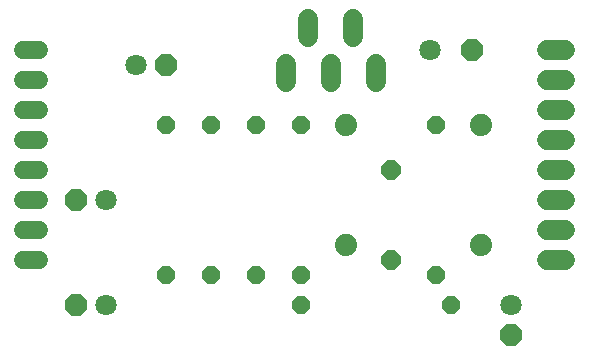
<source format=gbr>
G04 EAGLE Gerber X2 export*
G04 #@! %TF.Part,Single*
G04 #@! %TF.FileFunction,Soldermask,Top,1*
G04 #@! %TF.FilePolarity,Negative*
G04 #@! %TF.GenerationSoftware,Autodesk,EAGLE,9.0.0*
G04 #@! %TF.CreationDate,2019-08-08T19:11:55Z*
G75*
%MOMM*%
%FSLAX34Y34*%
%LPD*%
%AMOC8*
5,1,8,0,0,1.08239X$1,22.5*%
G01*
%ADD10C,1.727200*%
%ADD11P,1.649562X8X292.500000*%
%ADD12P,1.649562X8X202.500000*%
%ADD13P,1.649562X8X112.500000*%
%ADD14C,1.879600*%
%ADD15P,1.759533X8X112.500000*%
%ADD16P,1.951982X8X22.500000*%
%ADD17C,1.803400*%
%ADD18P,1.951982X8X202.500000*%
%ADD19P,1.951982X8X292.500000*%
%ADD20C,1.524000*%


D10*
X330200Y240030D02*
X330200Y255270D01*
X349250Y278130D02*
X349250Y293370D01*
X368300Y255270D02*
X368300Y240030D01*
X387350Y278130D02*
X387350Y293370D01*
X406400Y255270D02*
X406400Y240030D01*
D11*
X228600Y203200D03*
X228600Y76200D03*
D12*
X469900Y50800D03*
X342900Y50800D03*
D11*
X457200Y203200D03*
X457200Y76200D03*
D13*
X342900Y76200D03*
X342900Y203200D03*
D14*
X495300Y101600D03*
X495300Y203200D03*
X381000Y203200D03*
X381000Y101600D03*
D15*
X419100Y88900D03*
X419100Y165100D03*
D16*
X228600Y254000D03*
D17*
X203200Y254000D03*
D18*
X152400Y50800D03*
D17*
X177800Y50800D03*
D18*
X152400Y139700D03*
D17*
X177800Y139700D03*
D19*
X520700Y25400D03*
D17*
X520700Y50800D03*
D16*
X487680Y266700D03*
D17*
X452120Y266700D03*
D20*
X120904Y266700D02*
X107696Y266700D01*
X107696Y241300D02*
X120904Y241300D01*
X120904Y215900D02*
X107696Y215900D01*
X107696Y190500D02*
X120904Y190500D01*
X120904Y165100D02*
X107696Y165100D01*
X107696Y139700D02*
X120904Y139700D01*
X120904Y114300D02*
X107696Y114300D01*
X107696Y88900D02*
X120904Y88900D01*
D10*
X551180Y88900D02*
X566420Y88900D01*
X566420Y114300D02*
X551180Y114300D01*
X551180Y139700D02*
X566420Y139700D01*
X566420Y165100D02*
X551180Y165100D01*
X551180Y190500D02*
X566420Y190500D01*
X566420Y215900D02*
X551180Y215900D01*
X551180Y241300D02*
X566420Y241300D01*
X566420Y266700D02*
X551180Y266700D01*
D13*
X304800Y76200D03*
X304800Y203200D03*
D11*
X266700Y203200D03*
X266700Y76200D03*
M02*

</source>
